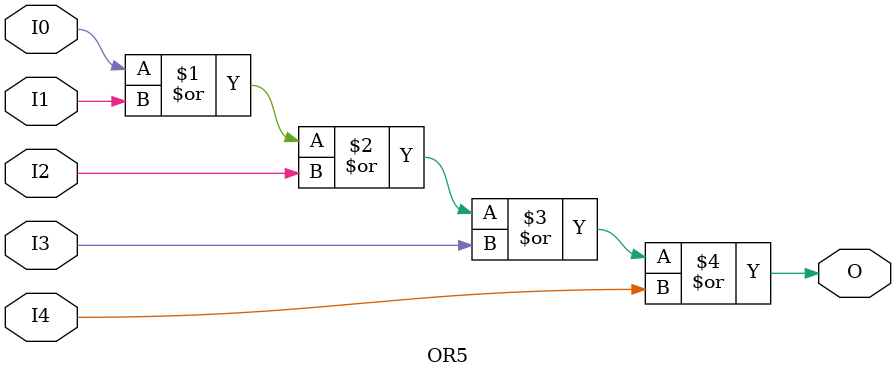
<source format=v>

/*

FUNCTION    : 5-INPUT OR GATE

*/

`celldefine
`timescale  100 ps / 10 ps

module OR5 (O, I0, I1, I2, I3, I4);

    output O;

    input  I0, I1, I2, I3, I4;

    or O1 (O, I0, I1, I2, I3, I4);

endmodule

</source>
